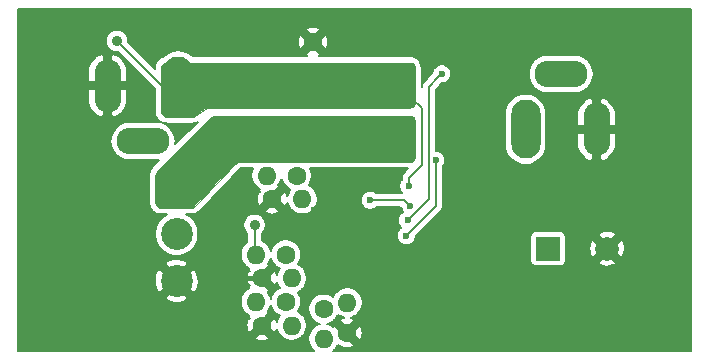
<source format=gbl>
G04 #@! TF.GenerationSoftware,KiCad,Pcbnew,(5.1.9)-1*
G04 #@! TF.CreationDate,2021-05-05T15:58:12+09:00*
G04 #@! TF.ProjectId,PowerPathController_LTC4417,506f7765-7250-4617-9468-436f6e74726f,rev?*
G04 #@! TF.SameCoordinates,Original*
G04 #@! TF.FileFunction,Copper,L2,Bot*
G04 #@! TF.FilePolarity,Positive*
%FSLAX46Y46*%
G04 Gerber Fmt 4.6, Leading zero omitted, Abs format (unit mm)*
G04 Created by KiCad (PCBNEW (5.1.9)-1) date 2021-05-05 15:58:12*
%MOMM*%
%LPD*%
G01*
G04 APERTURE LIST*
G04 #@! TA.AperFunction,ComponentPad*
%ADD10C,1.600000*%
G04 #@! TD*
G04 #@! TA.AperFunction,ComponentPad*
%ADD11O,1.600000X1.600000*%
G04 #@! TD*
G04 #@! TA.AperFunction,ComponentPad*
%ADD12R,1.600000X1.600000*%
G04 #@! TD*
G04 #@! TA.AperFunction,ComponentPad*
%ADD13C,2.700000*%
G04 #@! TD*
G04 #@! TA.AperFunction,ComponentPad*
%ADD14O,4.500000X2.250000*%
G04 #@! TD*
G04 #@! TA.AperFunction,ComponentPad*
%ADD15O,2.250000X4.500000*%
G04 #@! TD*
G04 #@! TA.AperFunction,ComponentPad*
%ADD16O,2.500000X5.000000*%
G04 #@! TD*
G04 #@! TA.AperFunction,ComponentPad*
%ADD17C,2.000000*%
G04 #@! TD*
G04 #@! TA.AperFunction,ComponentPad*
%ADD18R,2.000000X2.000000*%
G04 #@! TD*
G04 #@! TA.AperFunction,ViaPad*
%ADD19C,0.600000*%
G04 #@! TD*
G04 #@! TA.AperFunction,ViaPad*
%ADD20C,0.900000*%
G04 #@! TD*
G04 #@! TA.AperFunction,Conductor*
%ADD21C,0.400000*%
G04 #@! TD*
G04 #@! TA.AperFunction,Conductor*
%ADD22C,0.200000*%
G04 #@! TD*
G04 #@! TA.AperFunction,Conductor*
%ADD23C,0.152400*%
G04 #@! TD*
G04 #@! TA.AperFunction,Conductor*
%ADD24C,0.100000*%
G04 #@! TD*
G04 APERTURE END LIST*
D10*
X145050000Y-103100000D03*
D11*
X147590000Y-103100000D03*
D10*
X147100000Y-101100000D03*
D11*
X144560000Y-101100000D03*
D10*
X144150000Y-109800000D03*
D11*
X146690000Y-109800000D03*
D10*
X146200000Y-107800000D03*
D11*
X143660000Y-107800000D03*
D10*
X144150000Y-113800000D03*
D11*
X146690000Y-113800000D03*
D10*
X146200000Y-111800000D03*
D11*
X143660000Y-111800000D03*
D10*
X151400000Y-114400000D03*
D11*
X151400000Y-111860000D03*
D10*
X149400000Y-112400000D03*
D11*
X149400000Y-114940000D03*
D10*
X148500000Y-89800000D03*
D12*
X148500000Y-93300000D03*
D13*
X136950000Y-110020000D03*
X136950000Y-106060000D03*
G04 #@! TA.AperFunction,ComponentPad*
G36*
G01*
X135850001Y-100750000D02*
X138049999Y-100750000D01*
G75*
G02*
X138300000Y-101000001I0J-250001D01*
G01*
X138300000Y-103199999D01*
G75*
G02*
X138049999Y-103450000I-250001J0D01*
G01*
X135850001Y-103450000D01*
G75*
G02*
X135600000Y-103199999I0J250001D01*
G01*
X135600000Y-101000001D01*
G75*
G02*
X135850001Y-100750000I250001J0D01*
G01*
G37*
G04 #@! TD.AperFunction*
D14*
X169500000Y-92500000D03*
D15*
X172500000Y-97200000D03*
D16*
X166500000Y-97200000D03*
D17*
X173400000Y-107300000D03*
D18*
X168400000Y-107300000D03*
D16*
X137100000Y-93500000D03*
D15*
X131100000Y-93500000D03*
D14*
X134100000Y-98200000D03*
D19*
X160200000Y-102000000D03*
X160200000Y-104600000D03*
X156000000Y-107400000D03*
X156000000Y-109600000D03*
D20*
X160400000Y-110500000D03*
D19*
X148400000Y-107300000D03*
X148600000Y-104000000D03*
X152600000Y-100900000D03*
X155821805Y-103983283D03*
X156600000Y-102000000D03*
D20*
X154500000Y-92000000D03*
X154500000Y-92900000D03*
X154500000Y-93800000D03*
X154500000Y-94700000D03*
X143549998Y-105300000D03*
X131900000Y-89700000D03*
D19*
X156700000Y-103700000D03*
D20*
X154500000Y-96500000D03*
X154500000Y-97500000D03*
X154500000Y-98500000D03*
X154500000Y-99500000D03*
D19*
X153324990Y-103200000D03*
X156500000Y-104900000D03*
X159406602Y-92500000D03*
X156400000Y-106200000D03*
X158900000Y-99800000D03*
D21*
X144150000Y-109800000D02*
X142100000Y-109800000D01*
D22*
X143549998Y-107689998D02*
X143660000Y-107800000D01*
X143549998Y-105300000D02*
X143549998Y-107689998D01*
X135700000Y-93500000D02*
X137100000Y-93500000D01*
X131900000Y-89700000D02*
X135700000Y-93500000D01*
X156600000Y-102000000D02*
X156600000Y-101300000D01*
X156600000Y-101300000D02*
X157700000Y-100200000D01*
X157700000Y-100200000D02*
X157700000Y-95400000D01*
X157700000Y-95400000D02*
X156800000Y-94500000D01*
X156200000Y-103200000D02*
X156700000Y-103700000D01*
X153324990Y-103200000D02*
X156200000Y-103200000D01*
X158299998Y-93606604D02*
X159106603Y-92799999D01*
X156500000Y-104900000D02*
X158299998Y-103100002D01*
X158299998Y-103100002D02*
X158299998Y-93606604D01*
X159106603Y-92799999D02*
X159406602Y-92500000D01*
X158900000Y-103700000D02*
X158900000Y-99800000D01*
X156400000Y-106200000D02*
X158900000Y-103700000D01*
X180475001Y-87025067D02*
X180475000Y-115974320D01*
X180474933Y-115975000D01*
X150190952Y-115975000D01*
X150228702Y-115949776D01*
X150409776Y-115768702D01*
X150552045Y-115555781D01*
X150598043Y-115444732D01*
X150688789Y-115535478D01*
X150804220Y-115420047D01*
X150895409Y-115604899D01*
X151140169Y-115680189D01*
X151394914Y-115706281D01*
X151649855Y-115682173D01*
X151895193Y-115608791D01*
X151904591Y-115604899D01*
X151995781Y-115420045D01*
X151400000Y-114824264D01*
X151385858Y-114838407D01*
X150961594Y-114414143D01*
X150975736Y-114400000D01*
X151824264Y-114400000D01*
X152420045Y-114995781D01*
X152604899Y-114904591D01*
X152680189Y-114659831D01*
X152706281Y-114405086D01*
X152682173Y-114150145D01*
X152608791Y-113904807D01*
X152604899Y-113895409D01*
X152420045Y-113804219D01*
X151824264Y-114400000D01*
X150975736Y-114400000D01*
X150379955Y-113804219D01*
X150195101Y-113895409D01*
X150191946Y-113905665D01*
X150015781Y-113787955D01*
X149779196Y-113689958D01*
X149678860Y-113670000D01*
X149779196Y-113650042D01*
X150015781Y-113552045D01*
X150228702Y-113409776D01*
X150409776Y-113228702D01*
X150552045Y-113015781D01*
X150603586Y-112891350D01*
X150784219Y-113012045D01*
X151020804Y-113110042D01*
X151114117Y-113128603D01*
X150904807Y-113191209D01*
X150895409Y-113195101D01*
X150804219Y-113379955D01*
X151400000Y-113975736D01*
X151995781Y-113379955D01*
X151904591Y-113195101D01*
X151687419Y-113128297D01*
X151779196Y-113110042D01*
X152015781Y-113012045D01*
X152228702Y-112869776D01*
X152409776Y-112688702D01*
X152552045Y-112475781D01*
X152650042Y-112239196D01*
X152700000Y-111988039D01*
X152700000Y-111731961D01*
X152650042Y-111480804D01*
X152552045Y-111244219D01*
X152409776Y-111031298D01*
X152228702Y-110850224D01*
X152015781Y-110707955D01*
X151779196Y-110609958D01*
X151528039Y-110560000D01*
X151271961Y-110560000D01*
X151020804Y-110609958D01*
X150784219Y-110707955D01*
X150571298Y-110850224D01*
X150390224Y-111031298D01*
X150247955Y-111244219D01*
X150196414Y-111368650D01*
X150015781Y-111247955D01*
X149779196Y-111149958D01*
X149528039Y-111100000D01*
X149271961Y-111100000D01*
X149020804Y-111149958D01*
X148784219Y-111247955D01*
X148571298Y-111390224D01*
X148390224Y-111571298D01*
X148247955Y-111784219D01*
X148149958Y-112020804D01*
X148100000Y-112271961D01*
X148100000Y-112528039D01*
X148149958Y-112779196D01*
X148247955Y-113015781D01*
X148390224Y-113228702D01*
X148571298Y-113409776D01*
X148784219Y-113552045D01*
X149020804Y-113650042D01*
X149121140Y-113670000D01*
X149020804Y-113689958D01*
X148784219Y-113787955D01*
X148571298Y-113930224D01*
X148390224Y-114111298D01*
X148247955Y-114324219D01*
X148149958Y-114560804D01*
X148100000Y-114811961D01*
X148100000Y-115068039D01*
X148149958Y-115319196D01*
X148247955Y-115555781D01*
X148390224Y-115768702D01*
X148571298Y-115949776D01*
X148609048Y-115975000D01*
X123525680Y-115975000D01*
X123525000Y-115974933D01*
X123525000Y-114820045D01*
X143554219Y-114820045D01*
X143645409Y-115004899D01*
X143890169Y-115080189D01*
X144144914Y-115106281D01*
X144399855Y-115082173D01*
X144645193Y-115008791D01*
X144654591Y-115004899D01*
X144745781Y-114820045D01*
X144150000Y-114224264D01*
X143554219Y-114820045D01*
X123525000Y-114820045D01*
X123525000Y-111439730D01*
X135954534Y-111439730D01*
X136114364Y-111680546D01*
X136454377Y-111811664D01*
X136813436Y-111873929D01*
X137177743Y-111864948D01*
X137533299Y-111785068D01*
X137785636Y-111680546D01*
X137945466Y-111439730D01*
X136950000Y-110444264D01*
X135954534Y-111439730D01*
X123525000Y-111439730D01*
X123525000Y-109883436D01*
X135096071Y-109883436D01*
X135105052Y-110247743D01*
X135184932Y-110603299D01*
X135289454Y-110855636D01*
X135530270Y-111015466D01*
X136525736Y-110020000D01*
X137374264Y-110020000D01*
X138369730Y-111015466D01*
X138610546Y-110855636D01*
X138741664Y-110515623D01*
X138803929Y-110156564D01*
X138794948Y-109792257D01*
X138715068Y-109436701D01*
X138610546Y-109184364D01*
X138369730Y-109024534D01*
X137374264Y-110020000D01*
X136525736Y-110020000D01*
X135530270Y-109024534D01*
X135289454Y-109184364D01*
X135158336Y-109524377D01*
X135096071Y-109883436D01*
X123525000Y-109883436D01*
X123525000Y-108600270D01*
X135954534Y-108600270D01*
X136950000Y-109595736D01*
X137945466Y-108600270D01*
X137785636Y-108359454D01*
X137445623Y-108228336D01*
X137086564Y-108166071D01*
X136722257Y-108175052D01*
X136366701Y-108254932D01*
X136114364Y-108359454D01*
X135954534Y-108600270D01*
X123525000Y-108600270D01*
X123525000Y-93800000D01*
X129475000Y-93800000D01*
X129475000Y-94925000D01*
X129564751Y-95236257D01*
X129713501Y-95524024D01*
X129915533Y-95777242D01*
X130163083Y-95986180D01*
X130446639Y-96142809D01*
X130553857Y-96155475D01*
X130800000Y-96094694D01*
X130800000Y-93800000D01*
X131400000Y-93800000D01*
X131400000Y-96094694D01*
X131646143Y-96155475D01*
X131753361Y-96142809D01*
X132036917Y-95986180D01*
X132284467Y-95777242D01*
X132486499Y-95524024D01*
X132635249Y-95236257D01*
X132725000Y-94925000D01*
X132725000Y-93800000D01*
X131400000Y-93800000D01*
X130800000Y-93800000D01*
X129475000Y-93800000D01*
X123525000Y-93800000D01*
X123525000Y-92075000D01*
X129475000Y-92075000D01*
X129475000Y-93200000D01*
X130800000Y-93200000D01*
X130800000Y-90905306D01*
X131400000Y-90905306D01*
X131400000Y-93200000D01*
X132725000Y-93200000D01*
X132725000Y-92075000D01*
X132635249Y-91763743D01*
X132486499Y-91475976D01*
X132284467Y-91222758D01*
X132036917Y-91013820D01*
X131753361Y-90857191D01*
X131646143Y-90844525D01*
X131400000Y-90905306D01*
X130800000Y-90905306D01*
X130553857Y-90844525D01*
X130446639Y-90857191D01*
X130163083Y-91013820D01*
X129915533Y-91222758D01*
X129713501Y-91475976D01*
X129564751Y-91763743D01*
X129475000Y-92075000D01*
X123525000Y-92075000D01*
X123525000Y-89606433D01*
X130950000Y-89606433D01*
X130950000Y-89793567D01*
X130986508Y-89977105D01*
X131058121Y-90149994D01*
X131162087Y-90305590D01*
X131294410Y-90437913D01*
X131450006Y-90541879D01*
X131622895Y-90613492D01*
X131806433Y-90650000D01*
X131993567Y-90650000D01*
X132000161Y-90648688D01*
X135100000Y-93748528D01*
X135100000Y-95700000D01*
X135104277Y-95765263D01*
X135121314Y-95894673D01*
X135155097Y-96020752D01*
X135205047Y-96141342D01*
X135270312Y-96254383D01*
X135349772Y-96357936D01*
X135442064Y-96450228D01*
X135545617Y-96529688D01*
X135658658Y-96594953D01*
X135779248Y-96644903D01*
X135905327Y-96678686D01*
X136034737Y-96695723D01*
X136100000Y-96700000D01*
X138237408Y-96700000D01*
X138315685Y-96693835D01*
X138470307Y-96669326D01*
X138527922Y-96656670D01*
X138619184Y-96620913D01*
X138726927Y-96565967D01*
X136832184Y-98460710D01*
X136857862Y-98200000D01*
X136826487Y-97881444D01*
X136733568Y-97575131D01*
X136582675Y-97292830D01*
X136379608Y-97045392D01*
X136132170Y-96842325D01*
X135849869Y-96691432D01*
X135543556Y-96598513D01*
X135304824Y-96575000D01*
X132895176Y-96575000D01*
X132656444Y-96598513D01*
X132350131Y-96691432D01*
X132067830Y-96842325D01*
X131820392Y-97045392D01*
X131617325Y-97292830D01*
X131466432Y-97575131D01*
X131373513Y-97881444D01*
X131342138Y-98200000D01*
X131373513Y-98518556D01*
X131466432Y-98824869D01*
X131617325Y-99107170D01*
X131820392Y-99354608D01*
X132067830Y-99557675D01*
X132350131Y-99708568D01*
X132656444Y-99801487D01*
X132895176Y-99825000D01*
X135304824Y-99825000D01*
X135485710Y-99807184D01*
X134892894Y-100400000D01*
X134849771Y-100449172D01*
X134770311Y-100552726D01*
X134705047Y-100665765D01*
X134655097Y-100786355D01*
X134621314Y-100912434D01*
X134604277Y-101041844D01*
X134600000Y-101107107D01*
X134600000Y-103400000D01*
X134604277Y-103465263D01*
X134621314Y-103594673D01*
X134655097Y-103720752D01*
X134705047Y-103841342D01*
X134770312Y-103954383D01*
X134849772Y-104057936D01*
X134942064Y-104150228D01*
X135045617Y-104229688D01*
X135158658Y-104294953D01*
X135279248Y-104344903D01*
X135405327Y-104378686D01*
X135534737Y-104395723D01*
X135600000Y-104400000D01*
X136123314Y-104400000D01*
X136073697Y-104420552D01*
X135770694Y-104623011D01*
X135513011Y-104880694D01*
X135310552Y-105183697D01*
X135171095Y-105520375D01*
X135100000Y-105877791D01*
X135100000Y-106242209D01*
X135171095Y-106599625D01*
X135310552Y-106936303D01*
X135513011Y-107239306D01*
X135770694Y-107496989D01*
X136073697Y-107699448D01*
X136410375Y-107838905D01*
X136767791Y-107910000D01*
X137132209Y-107910000D01*
X137489625Y-107838905D01*
X137826303Y-107699448D01*
X137867440Y-107671961D01*
X142360000Y-107671961D01*
X142360000Y-107928039D01*
X142409958Y-108179196D01*
X142507955Y-108415781D01*
X142650224Y-108628702D01*
X142831298Y-108809776D01*
X143044219Y-108952045D01*
X143119913Y-108983398D01*
X143014522Y-109088789D01*
X143129953Y-109204220D01*
X142945101Y-109295409D01*
X142869811Y-109540169D01*
X142843719Y-109794914D01*
X142867827Y-110049855D01*
X142941209Y-110295193D01*
X142945101Y-110304591D01*
X143129953Y-110395780D01*
X143014522Y-110511211D01*
X143119913Y-110616602D01*
X143044219Y-110647955D01*
X142831298Y-110790224D01*
X142650224Y-110971298D01*
X142507955Y-111184219D01*
X142409958Y-111420804D01*
X142360000Y-111671961D01*
X142360000Y-111928039D01*
X142409958Y-112179196D01*
X142507955Y-112415781D01*
X142650224Y-112628702D01*
X142831298Y-112809776D01*
X143044219Y-112952045D01*
X143119913Y-112983398D01*
X143014522Y-113088789D01*
X143129953Y-113204220D01*
X142945101Y-113295409D01*
X142869811Y-113540169D01*
X142843719Y-113794914D01*
X142867827Y-114049855D01*
X142941209Y-114295193D01*
X142945101Y-114304591D01*
X143129955Y-114395781D01*
X143725736Y-113800000D01*
X143711594Y-113785858D01*
X144135858Y-113361594D01*
X144150000Y-113375736D01*
X144745781Y-112779955D01*
X144670576Y-112627505D01*
X144812045Y-112415781D01*
X144910042Y-112179196D01*
X144930000Y-112078860D01*
X144949958Y-112179196D01*
X145047955Y-112415781D01*
X145190224Y-112628702D01*
X145371298Y-112809776D01*
X145584219Y-112952045D01*
X145669488Y-112987365D01*
X145537955Y-113184219D01*
X145439958Y-113420804D01*
X145421397Y-113514117D01*
X145358791Y-113304807D01*
X145354899Y-113295409D01*
X145170045Y-113204219D01*
X144574264Y-113800000D01*
X145170045Y-114395781D01*
X145354899Y-114304591D01*
X145421703Y-114087419D01*
X145439958Y-114179196D01*
X145537955Y-114415781D01*
X145680224Y-114628702D01*
X145861298Y-114809776D01*
X146074219Y-114952045D01*
X146310804Y-115050042D01*
X146561961Y-115100000D01*
X146818039Y-115100000D01*
X147069196Y-115050042D01*
X147305781Y-114952045D01*
X147518702Y-114809776D01*
X147699776Y-114628702D01*
X147842045Y-114415781D01*
X147940042Y-114179196D01*
X147990000Y-113928039D01*
X147990000Y-113671961D01*
X147940042Y-113420804D01*
X147842045Y-113184219D01*
X147699776Y-112971298D01*
X147518702Y-112790224D01*
X147305781Y-112647955D01*
X147220512Y-112612635D01*
X147352045Y-112415781D01*
X147450042Y-112179196D01*
X147500000Y-111928039D01*
X147500000Y-111671961D01*
X147450042Y-111420804D01*
X147352045Y-111184219D01*
X147220512Y-110987365D01*
X147305781Y-110952045D01*
X147518702Y-110809776D01*
X147699776Y-110628702D01*
X147842045Y-110415781D01*
X147940042Y-110179196D01*
X147990000Y-109928039D01*
X147990000Y-109671961D01*
X147940042Y-109420804D01*
X147842045Y-109184219D01*
X147699776Y-108971298D01*
X147518702Y-108790224D01*
X147305781Y-108647955D01*
X147220512Y-108612635D01*
X147352045Y-108415781D01*
X147450042Y-108179196D01*
X147500000Y-107928039D01*
X147500000Y-107671961D01*
X147450042Y-107420804D01*
X147352045Y-107184219D01*
X147209776Y-106971298D01*
X147028702Y-106790224D01*
X146815781Y-106647955D01*
X146579196Y-106549958D01*
X146328039Y-106500000D01*
X146071961Y-106500000D01*
X145820804Y-106549958D01*
X145584219Y-106647955D01*
X145371298Y-106790224D01*
X145190224Y-106971298D01*
X145047955Y-107184219D01*
X144949958Y-107420804D01*
X144930000Y-107521140D01*
X144910042Y-107420804D01*
X144812045Y-107184219D01*
X144669776Y-106971298D01*
X144488702Y-106790224D01*
X144275781Y-106647955D01*
X144149998Y-106595854D01*
X144149998Y-106041648D01*
X144155588Y-106037913D01*
X144287911Y-105905590D01*
X144391877Y-105749994D01*
X144463490Y-105577105D01*
X144499998Y-105393567D01*
X144499998Y-105206433D01*
X144463490Y-105022895D01*
X144391877Y-104850006D01*
X144287911Y-104694410D01*
X144155588Y-104562087D01*
X143999992Y-104458121D01*
X143827103Y-104386508D01*
X143643565Y-104350000D01*
X143456431Y-104350000D01*
X143272893Y-104386508D01*
X143100004Y-104458121D01*
X142944408Y-104562087D01*
X142812085Y-104694410D01*
X142708119Y-104850006D01*
X142636506Y-105022895D01*
X142599998Y-105206433D01*
X142599998Y-105393567D01*
X142636506Y-105577105D01*
X142708119Y-105749994D01*
X142812085Y-105905590D01*
X142944408Y-106037913D01*
X142949998Y-106041648D01*
X142949999Y-106710911D01*
X142831298Y-106790224D01*
X142650224Y-106971298D01*
X142507955Y-107184219D01*
X142409958Y-107420804D01*
X142360000Y-107671961D01*
X137867440Y-107671961D01*
X138129306Y-107496989D01*
X138386989Y-107239306D01*
X138589448Y-106936303D01*
X138728905Y-106599625D01*
X138800000Y-106242209D01*
X138800000Y-105877791D01*
X138728905Y-105520375D01*
X138589448Y-105183697D01*
X138386989Y-104880694D01*
X138129306Y-104623011D01*
X137826303Y-104420552D01*
X137776686Y-104400000D01*
X138185145Y-104400000D01*
X138252583Y-104395431D01*
X138386223Y-104377240D01*
X138516187Y-104341192D01*
X138640103Y-104287944D01*
X138755706Y-104218469D01*
X138860881Y-104134038D01*
X138876081Y-104120045D01*
X144454219Y-104120045D01*
X144545409Y-104304899D01*
X144790169Y-104380189D01*
X145044914Y-104406281D01*
X145299855Y-104382173D01*
X145545193Y-104308791D01*
X145554591Y-104304899D01*
X145645781Y-104120045D01*
X145050000Y-103524264D01*
X144454219Y-104120045D01*
X138876081Y-104120045D01*
X138910608Y-104088260D01*
X142291541Y-100524576D01*
X142316729Y-100504356D01*
X142348727Y-100500000D01*
X143401418Y-100500000D01*
X143309958Y-100720804D01*
X143260000Y-100971961D01*
X143260000Y-101228039D01*
X143309958Y-101479196D01*
X143407955Y-101715781D01*
X143550224Y-101928702D01*
X143731298Y-102109776D01*
X143944219Y-102252045D01*
X144019913Y-102283398D01*
X143914522Y-102388789D01*
X144029953Y-102504220D01*
X143845101Y-102595409D01*
X143769811Y-102840169D01*
X143743719Y-103094914D01*
X143767827Y-103349855D01*
X143841209Y-103595193D01*
X143845101Y-103604591D01*
X144029955Y-103695781D01*
X144625736Y-103100000D01*
X144611594Y-103085858D01*
X145035858Y-102661594D01*
X145050000Y-102675736D01*
X145645781Y-102079955D01*
X145570576Y-101927505D01*
X145712045Y-101715781D01*
X145810042Y-101479196D01*
X145830000Y-101378860D01*
X145849958Y-101479196D01*
X145947955Y-101715781D01*
X146090224Y-101928702D01*
X146271298Y-102109776D01*
X146484219Y-102252045D01*
X146569488Y-102287365D01*
X146437955Y-102484219D01*
X146339958Y-102720804D01*
X146321397Y-102814117D01*
X146258791Y-102604807D01*
X146254899Y-102595409D01*
X146070045Y-102504219D01*
X145474264Y-103100000D01*
X146070045Y-103695781D01*
X146254899Y-103604591D01*
X146321703Y-103387419D01*
X146339958Y-103479196D01*
X146437955Y-103715781D01*
X146580224Y-103928702D01*
X146761298Y-104109776D01*
X146974219Y-104252045D01*
X147210804Y-104350042D01*
X147461961Y-104400000D01*
X147718039Y-104400000D01*
X147969196Y-104350042D01*
X148205781Y-104252045D01*
X148418702Y-104109776D01*
X148599776Y-103928702D01*
X148742045Y-103715781D01*
X148840042Y-103479196D01*
X148890000Y-103228039D01*
X148890000Y-102971961D01*
X148840042Y-102720804D01*
X148742045Y-102484219D01*
X148599776Y-102271298D01*
X148418702Y-102090224D01*
X148205781Y-101947955D01*
X148120512Y-101912635D01*
X148252045Y-101715781D01*
X148350042Y-101479196D01*
X148400000Y-101228039D01*
X148400000Y-100971961D01*
X148350042Y-100720804D01*
X148258582Y-100500000D01*
X156551473Y-100500000D01*
X156196581Y-100854892D01*
X156173684Y-100873683D01*
X156098705Y-100965045D01*
X156042990Y-101069279D01*
X156008682Y-101182379D01*
X156004185Y-101228039D01*
X155997097Y-101300000D01*
X156000000Y-101329474D01*
X156000000Y-101468629D01*
X155978599Y-101490030D01*
X155891049Y-101621058D01*
X155830743Y-101766649D01*
X155800000Y-101921207D01*
X155800000Y-102078793D01*
X155830743Y-102233351D01*
X155891049Y-102378942D01*
X155978599Y-102509970D01*
X156068629Y-102600000D01*
X153856361Y-102600000D01*
X153834960Y-102578599D01*
X153703932Y-102491049D01*
X153558341Y-102430743D01*
X153403783Y-102400000D01*
X153246197Y-102400000D01*
X153091639Y-102430743D01*
X152946048Y-102491049D01*
X152815020Y-102578599D01*
X152703589Y-102690030D01*
X152616039Y-102821058D01*
X152555733Y-102966649D01*
X152524990Y-103121207D01*
X152524990Y-103278793D01*
X152555733Y-103433351D01*
X152616039Y-103578942D01*
X152703589Y-103709970D01*
X152815020Y-103821401D01*
X152946048Y-103908951D01*
X153091639Y-103969257D01*
X153246197Y-104000000D01*
X153403783Y-104000000D01*
X153558341Y-103969257D01*
X153703932Y-103908951D01*
X153834960Y-103821401D01*
X153856361Y-103800000D01*
X155904218Y-103800000D01*
X155930743Y-103933351D01*
X155991049Y-104078942D01*
X156078599Y-104209970D01*
X156084263Y-104215634D01*
X155990030Y-104278599D01*
X155878599Y-104390030D01*
X155791049Y-104521058D01*
X155730743Y-104666649D01*
X155700000Y-104821207D01*
X155700000Y-104978793D01*
X155730743Y-105133351D01*
X155791049Y-105278942D01*
X155878599Y-105409970D01*
X155984263Y-105515634D01*
X155890030Y-105578599D01*
X155778599Y-105690030D01*
X155691049Y-105821058D01*
X155630743Y-105966649D01*
X155600000Y-106121207D01*
X155600000Y-106278793D01*
X155630743Y-106433351D01*
X155691049Y-106578942D01*
X155778599Y-106709970D01*
X155890030Y-106821401D01*
X156021058Y-106908951D01*
X156166649Y-106969257D01*
X156321207Y-107000000D01*
X156478793Y-107000000D01*
X156633351Y-106969257D01*
X156778942Y-106908951D01*
X156909970Y-106821401D01*
X157021401Y-106709970D01*
X157108951Y-106578942D01*
X157169257Y-106433351D01*
X157195781Y-106300000D01*
X166897581Y-106300000D01*
X166897581Y-108300000D01*
X166907235Y-108398017D01*
X166935825Y-108492267D01*
X166982254Y-108579129D01*
X167044736Y-108655264D01*
X167120871Y-108717746D01*
X167207733Y-108764175D01*
X167301983Y-108792765D01*
X167400000Y-108802419D01*
X169400000Y-108802419D01*
X169498017Y-108792765D01*
X169592267Y-108764175D01*
X169679129Y-108717746D01*
X169755264Y-108655264D01*
X169817746Y-108579129D01*
X169864175Y-108492267D01*
X169872070Y-108466238D01*
X172658026Y-108466238D01*
X172774487Y-108671335D01*
X173054040Y-108767017D01*
X173346889Y-108806322D01*
X173641778Y-108787740D01*
X173927376Y-108711985D01*
X174025513Y-108671335D01*
X174141974Y-108466238D01*
X173400000Y-107724264D01*
X172658026Y-108466238D01*
X169872070Y-108466238D01*
X169892765Y-108398017D01*
X169902419Y-108300000D01*
X169902419Y-107246889D01*
X171893678Y-107246889D01*
X171912260Y-107541778D01*
X171988015Y-107827376D01*
X172028665Y-107925513D01*
X172233762Y-108041974D01*
X172975736Y-107300000D01*
X173824264Y-107300000D01*
X174566238Y-108041974D01*
X174771335Y-107925513D01*
X174867017Y-107645960D01*
X174906322Y-107353111D01*
X174887740Y-107058222D01*
X174811985Y-106772624D01*
X174771335Y-106674487D01*
X174566238Y-106558026D01*
X173824264Y-107300000D01*
X172975736Y-107300000D01*
X172233762Y-106558026D01*
X172028665Y-106674487D01*
X171932983Y-106954040D01*
X171893678Y-107246889D01*
X169902419Y-107246889D01*
X169902419Y-106300000D01*
X169892765Y-106201983D01*
X169872071Y-106133762D01*
X172658026Y-106133762D01*
X173400000Y-106875736D01*
X174141974Y-106133762D01*
X174025513Y-105928665D01*
X173745960Y-105832983D01*
X173453111Y-105793678D01*
X173158222Y-105812260D01*
X172872624Y-105888015D01*
X172774487Y-105928665D01*
X172658026Y-106133762D01*
X169872071Y-106133762D01*
X169864175Y-106107733D01*
X169817746Y-106020871D01*
X169755264Y-105944736D01*
X169679129Y-105882254D01*
X169592267Y-105835825D01*
X169498017Y-105807235D01*
X169400000Y-105797581D01*
X167400000Y-105797581D01*
X167301983Y-105807235D01*
X167207733Y-105835825D01*
X167120871Y-105882254D01*
X167044736Y-105944736D01*
X166982254Y-106020871D01*
X166935825Y-106107733D01*
X166907235Y-106201983D01*
X166897581Y-106300000D01*
X157195781Y-106300000D01*
X157200000Y-106278793D01*
X157200000Y-106248527D01*
X159303420Y-104145108D01*
X159326317Y-104126317D01*
X159401296Y-104034955D01*
X159457010Y-103930721D01*
X159491318Y-103817621D01*
X159500000Y-103729474D01*
X159500000Y-103729473D01*
X159502903Y-103700000D01*
X159500000Y-103670526D01*
X159500000Y-100331371D01*
X159521401Y-100309970D01*
X159608951Y-100178942D01*
X159669257Y-100033351D01*
X159700000Y-99878793D01*
X159700000Y-99721207D01*
X159669257Y-99566649D01*
X159608951Y-99421058D01*
X159521401Y-99290030D01*
X159409970Y-99178599D01*
X159278942Y-99091049D01*
X159133351Y-99030743D01*
X158978793Y-99000000D01*
X158899998Y-99000000D01*
X158899998Y-95864033D01*
X164750000Y-95864033D01*
X164750001Y-98535968D01*
X164775322Y-98793060D01*
X164875389Y-99122936D01*
X165037889Y-99426952D01*
X165256577Y-99693424D01*
X165523049Y-99912112D01*
X165827065Y-100074612D01*
X166156941Y-100174679D01*
X166500000Y-100208467D01*
X166843060Y-100174679D01*
X167172936Y-100074612D01*
X167476952Y-99912112D01*
X167743424Y-99693424D01*
X167962112Y-99426952D01*
X168124612Y-99122936D01*
X168224679Y-98793060D01*
X168250000Y-98535968D01*
X168250000Y-97500000D01*
X170875000Y-97500000D01*
X170875000Y-98625000D01*
X170964751Y-98936257D01*
X171113501Y-99224024D01*
X171315533Y-99477242D01*
X171563083Y-99686180D01*
X171846639Y-99842809D01*
X171953857Y-99855475D01*
X172200000Y-99794694D01*
X172200000Y-97500000D01*
X172800000Y-97500000D01*
X172800000Y-99794694D01*
X173046143Y-99855475D01*
X173153361Y-99842809D01*
X173436917Y-99686180D01*
X173684467Y-99477242D01*
X173886499Y-99224024D01*
X174035249Y-98936257D01*
X174125000Y-98625000D01*
X174125000Y-97500000D01*
X172800000Y-97500000D01*
X172200000Y-97500000D01*
X170875000Y-97500000D01*
X168250000Y-97500000D01*
X168250000Y-95864032D01*
X168241232Y-95775000D01*
X170875000Y-95775000D01*
X170875000Y-96900000D01*
X172200000Y-96900000D01*
X172200000Y-94605306D01*
X172800000Y-94605306D01*
X172800000Y-96900000D01*
X174125000Y-96900000D01*
X174125000Y-95775000D01*
X174035249Y-95463743D01*
X173886499Y-95175976D01*
X173684467Y-94922758D01*
X173436917Y-94713820D01*
X173153361Y-94557191D01*
X173046143Y-94544525D01*
X172800000Y-94605306D01*
X172200000Y-94605306D01*
X171953857Y-94544525D01*
X171846639Y-94557191D01*
X171563083Y-94713820D01*
X171315533Y-94922758D01*
X171113501Y-95175976D01*
X170964751Y-95463743D01*
X170875000Y-95775000D01*
X168241232Y-95775000D01*
X168224679Y-95606940D01*
X168124612Y-95277064D01*
X167962112Y-94973048D01*
X167743424Y-94706576D01*
X167476951Y-94487888D01*
X167172935Y-94325388D01*
X166843059Y-94225321D01*
X166500000Y-94191533D01*
X166156940Y-94225321D01*
X165827064Y-94325388D01*
X165523048Y-94487888D01*
X165256576Y-94706576D01*
X165037888Y-94973049D01*
X164875388Y-95277065D01*
X164775321Y-95606941D01*
X164750000Y-95864033D01*
X158899998Y-95864033D01*
X158899998Y-93855131D01*
X159455130Y-93300000D01*
X159485395Y-93300000D01*
X159639953Y-93269257D01*
X159785544Y-93208951D01*
X159916572Y-93121401D01*
X160028003Y-93009970D01*
X160115553Y-92878942D01*
X160175859Y-92733351D01*
X160206602Y-92578793D01*
X160206602Y-92500000D01*
X166742138Y-92500000D01*
X166773513Y-92818556D01*
X166866432Y-93124869D01*
X167017325Y-93407170D01*
X167220392Y-93654608D01*
X167467830Y-93857675D01*
X167750131Y-94008568D01*
X168056444Y-94101487D01*
X168295176Y-94125000D01*
X170704824Y-94125000D01*
X170943556Y-94101487D01*
X171249869Y-94008568D01*
X171532170Y-93857675D01*
X171779608Y-93654608D01*
X171982675Y-93407170D01*
X172133568Y-93124869D01*
X172226487Y-92818556D01*
X172257862Y-92500000D01*
X172226487Y-92181444D01*
X172133568Y-91875131D01*
X171982675Y-91592830D01*
X171779608Y-91345392D01*
X171532170Y-91142325D01*
X171249869Y-90991432D01*
X170943556Y-90898513D01*
X170704824Y-90875000D01*
X168295176Y-90875000D01*
X168056444Y-90898513D01*
X167750131Y-90991432D01*
X167467830Y-91142325D01*
X167220392Y-91345392D01*
X167017325Y-91592830D01*
X166866432Y-91875131D01*
X166773513Y-92181444D01*
X166742138Y-92500000D01*
X160206602Y-92500000D01*
X160206602Y-92421207D01*
X160175859Y-92266649D01*
X160115553Y-92121058D01*
X160028003Y-91990030D01*
X159916572Y-91878599D01*
X159785544Y-91791049D01*
X159639953Y-91730743D01*
X159485395Y-91700000D01*
X159327809Y-91700000D01*
X159173251Y-91730743D01*
X159027660Y-91791049D01*
X158896632Y-91878599D01*
X158785201Y-91990030D01*
X158697651Y-92121058D01*
X158637345Y-92266649D01*
X158606602Y-92421207D01*
X158606602Y-92451472D01*
X157896579Y-93161496D01*
X157873682Y-93180287D01*
X157798703Y-93271649D01*
X157753078Y-93357008D01*
X157742989Y-93375883D01*
X157708680Y-93488984D01*
X157700000Y-93577110D01*
X157700000Y-92000000D01*
X157695723Y-91934737D01*
X157678686Y-91805327D01*
X157644903Y-91679248D01*
X157594953Y-91558658D01*
X157529688Y-91445617D01*
X157450228Y-91342064D01*
X157357936Y-91249772D01*
X157254383Y-91170312D01*
X157141342Y-91105047D01*
X157020752Y-91055097D01*
X156894673Y-91021314D01*
X156765263Y-91004277D01*
X156700000Y-91000000D01*
X149007008Y-91000000D01*
X149095781Y-90820045D01*
X148500000Y-90224264D01*
X147904219Y-90820045D01*
X147992992Y-91000000D01*
X138335411Y-91000000D01*
X138076952Y-90787888D01*
X137772936Y-90625388D01*
X137443060Y-90525321D01*
X137100000Y-90491533D01*
X136756941Y-90525321D01*
X136427065Y-90625388D01*
X136123049Y-90787888D01*
X135856577Y-91006576D01*
X135827330Y-91042213D01*
X135779248Y-91055097D01*
X135658658Y-91105047D01*
X135545617Y-91170312D01*
X135442064Y-91249772D01*
X135349772Y-91342064D01*
X135270312Y-91445617D01*
X135205047Y-91558658D01*
X135155097Y-91679248D01*
X135121314Y-91805327D01*
X135104277Y-91934737D01*
X135100000Y-92000000D01*
X135100000Y-92051472D01*
X132848688Y-89800161D01*
X132849731Y-89794914D01*
X147193719Y-89794914D01*
X147217827Y-90049855D01*
X147291209Y-90295193D01*
X147295101Y-90304591D01*
X147479955Y-90395781D01*
X148075736Y-89800000D01*
X148924264Y-89800000D01*
X149520045Y-90395781D01*
X149704899Y-90304591D01*
X149780189Y-90059831D01*
X149806281Y-89805086D01*
X149782173Y-89550145D01*
X149708791Y-89304807D01*
X149704899Y-89295409D01*
X149520045Y-89204219D01*
X148924264Y-89800000D01*
X148075736Y-89800000D01*
X147479955Y-89204219D01*
X147295101Y-89295409D01*
X147219811Y-89540169D01*
X147193719Y-89794914D01*
X132849731Y-89794914D01*
X132850000Y-89793567D01*
X132850000Y-89606433D01*
X132813492Y-89422895D01*
X132741879Y-89250006D01*
X132637913Y-89094410D01*
X132505590Y-88962087D01*
X132349994Y-88858121D01*
X132177105Y-88786508D01*
X132144161Y-88779955D01*
X147904219Y-88779955D01*
X148500000Y-89375736D01*
X149095781Y-88779955D01*
X149004591Y-88595101D01*
X148759831Y-88519811D01*
X148505086Y-88493719D01*
X148250145Y-88517827D01*
X148004807Y-88591209D01*
X147995409Y-88595101D01*
X147904219Y-88779955D01*
X132144161Y-88779955D01*
X131993567Y-88750000D01*
X131806433Y-88750000D01*
X131622895Y-88786508D01*
X131450006Y-88858121D01*
X131294410Y-88962087D01*
X131162087Y-89094410D01*
X131058121Y-89250006D01*
X130986508Y-89422895D01*
X130950000Y-89606433D01*
X123525000Y-89606433D01*
X123525000Y-87025680D01*
X123525067Y-87025000D01*
X180474320Y-87025000D01*
X180475001Y-87025067D01*
G04 #@! TA.AperFunction,Conductor*
D23*
G36*
X180475001Y-87025067D02*
G01*
X180475000Y-115974320D01*
X180474933Y-115975000D01*
X150190952Y-115975000D01*
X150228702Y-115949776D01*
X150409776Y-115768702D01*
X150552045Y-115555781D01*
X150598043Y-115444732D01*
X150688789Y-115535478D01*
X150804220Y-115420047D01*
X150895409Y-115604899D01*
X151140169Y-115680189D01*
X151394914Y-115706281D01*
X151649855Y-115682173D01*
X151895193Y-115608791D01*
X151904591Y-115604899D01*
X151995781Y-115420045D01*
X151400000Y-114824264D01*
X151385858Y-114838407D01*
X150961594Y-114414143D01*
X150975736Y-114400000D01*
X151824264Y-114400000D01*
X152420045Y-114995781D01*
X152604899Y-114904591D01*
X152680189Y-114659831D01*
X152706281Y-114405086D01*
X152682173Y-114150145D01*
X152608791Y-113904807D01*
X152604899Y-113895409D01*
X152420045Y-113804219D01*
X151824264Y-114400000D01*
X150975736Y-114400000D01*
X150379955Y-113804219D01*
X150195101Y-113895409D01*
X150191946Y-113905665D01*
X150015781Y-113787955D01*
X149779196Y-113689958D01*
X149678860Y-113670000D01*
X149779196Y-113650042D01*
X150015781Y-113552045D01*
X150228702Y-113409776D01*
X150409776Y-113228702D01*
X150552045Y-113015781D01*
X150603586Y-112891350D01*
X150784219Y-113012045D01*
X151020804Y-113110042D01*
X151114117Y-113128603D01*
X150904807Y-113191209D01*
X150895409Y-113195101D01*
X150804219Y-113379955D01*
X151400000Y-113975736D01*
X151995781Y-113379955D01*
X151904591Y-113195101D01*
X151687419Y-113128297D01*
X151779196Y-113110042D01*
X152015781Y-113012045D01*
X152228702Y-112869776D01*
X152409776Y-112688702D01*
X152552045Y-112475781D01*
X152650042Y-112239196D01*
X152700000Y-111988039D01*
X152700000Y-111731961D01*
X152650042Y-111480804D01*
X152552045Y-111244219D01*
X152409776Y-111031298D01*
X152228702Y-110850224D01*
X152015781Y-110707955D01*
X151779196Y-110609958D01*
X151528039Y-110560000D01*
X151271961Y-110560000D01*
X151020804Y-110609958D01*
X150784219Y-110707955D01*
X150571298Y-110850224D01*
X150390224Y-111031298D01*
X150247955Y-111244219D01*
X150196414Y-111368650D01*
X150015781Y-111247955D01*
X149779196Y-111149958D01*
X149528039Y-111100000D01*
X149271961Y-111100000D01*
X149020804Y-111149958D01*
X148784219Y-111247955D01*
X148571298Y-111390224D01*
X148390224Y-111571298D01*
X148247955Y-111784219D01*
X148149958Y-112020804D01*
X148100000Y-112271961D01*
X148100000Y-112528039D01*
X148149958Y-112779196D01*
X148247955Y-113015781D01*
X148390224Y-113228702D01*
X148571298Y-113409776D01*
X148784219Y-113552045D01*
X149020804Y-113650042D01*
X149121140Y-113670000D01*
X149020804Y-113689958D01*
X148784219Y-113787955D01*
X148571298Y-113930224D01*
X148390224Y-114111298D01*
X148247955Y-114324219D01*
X148149958Y-114560804D01*
X148100000Y-114811961D01*
X148100000Y-115068039D01*
X148149958Y-115319196D01*
X148247955Y-115555781D01*
X148390224Y-115768702D01*
X148571298Y-115949776D01*
X148609048Y-115975000D01*
X123525680Y-115975000D01*
X123525000Y-115974933D01*
X123525000Y-114820045D01*
X143554219Y-114820045D01*
X143645409Y-115004899D01*
X143890169Y-115080189D01*
X144144914Y-115106281D01*
X144399855Y-115082173D01*
X144645193Y-115008791D01*
X144654591Y-115004899D01*
X144745781Y-114820045D01*
X144150000Y-114224264D01*
X143554219Y-114820045D01*
X123525000Y-114820045D01*
X123525000Y-111439730D01*
X135954534Y-111439730D01*
X136114364Y-111680546D01*
X136454377Y-111811664D01*
X136813436Y-111873929D01*
X137177743Y-111864948D01*
X137533299Y-111785068D01*
X137785636Y-111680546D01*
X137945466Y-111439730D01*
X136950000Y-110444264D01*
X135954534Y-111439730D01*
X123525000Y-111439730D01*
X123525000Y-109883436D01*
X135096071Y-109883436D01*
X135105052Y-110247743D01*
X135184932Y-110603299D01*
X135289454Y-110855636D01*
X135530270Y-111015466D01*
X136525736Y-110020000D01*
X137374264Y-110020000D01*
X138369730Y-111015466D01*
X138610546Y-110855636D01*
X138741664Y-110515623D01*
X138803929Y-110156564D01*
X138794948Y-109792257D01*
X138715068Y-109436701D01*
X138610546Y-109184364D01*
X138369730Y-109024534D01*
X137374264Y-110020000D01*
X136525736Y-110020000D01*
X135530270Y-109024534D01*
X135289454Y-109184364D01*
X135158336Y-109524377D01*
X135096071Y-109883436D01*
X123525000Y-109883436D01*
X123525000Y-108600270D01*
X135954534Y-108600270D01*
X136950000Y-109595736D01*
X137945466Y-108600270D01*
X137785636Y-108359454D01*
X137445623Y-108228336D01*
X137086564Y-108166071D01*
X136722257Y-108175052D01*
X136366701Y-108254932D01*
X136114364Y-108359454D01*
X135954534Y-108600270D01*
X123525000Y-108600270D01*
X123525000Y-93800000D01*
X129475000Y-93800000D01*
X129475000Y-94925000D01*
X129564751Y-95236257D01*
X129713501Y-95524024D01*
X129915533Y-95777242D01*
X130163083Y-95986180D01*
X130446639Y-96142809D01*
X130553857Y-96155475D01*
X130800000Y-96094694D01*
X130800000Y-93800000D01*
X131400000Y-93800000D01*
X131400000Y-96094694D01*
X131646143Y-96155475D01*
X131753361Y-96142809D01*
X132036917Y-95986180D01*
X132284467Y-95777242D01*
X132486499Y-95524024D01*
X132635249Y-95236257D01*
X132725000Y-94925000D01*
X132725000Y-93800000D01*
X131400000Y-93800000D01*
X130800000Y-93800000D01*
X129475000Y-93800000D01*
X123525000Y-93800000D01*
X123525000Y-92075000D01*
X129475000Y-92075000D01*
X129475000Y-93200000D01*
X130800000Y-93200000D01*
X130800000Y-90905306D01*
X131400000Y-90905306D01*
X131400000Y-93200000D01*
X132725000Y-93200000D01*
X132725000Y-92075000D01*
X132635249Y-91763743D01*
X132486499Y-91475976D01*
X132284467Y-91222758D01*
X132036917Y-91013820D01*
X131753361Y-90857191D01*
X131646143Y-90844525D01*
X131400000Y-90905306D01*
X130800000Y-90905306D01*
X130553857Y-90844525D01*
X130446639Y-90857191D01*
X130163083Y-91013820D01*
X129915533Y-91222758D01*
X129713501Y-91475976D01*
X129564751Y-91763743D01*
X129475000Y-92075000D01*
X123525000Y-92075000D01*
X123525000Y-89606433D01*
X130950000Y-89606433D01*
X130950000Y-89793567D01*
X130986508Y-89977105D01*
X131058121Y-90149994D01*
X131162087Y-90305590D01*
X131294410Y-90437913D01*
X131450006Y-90541879D01*
X131622895Y-90613492D01*
X131806433Y-90650000D01*
X131993567Y-90650000D01*
X132000161Y-90648688D01*
X135100000Y-93748528D01*
X135100000Y-95700000D01*
X135104277Y-95765263D01*
X135121314Y-95894673D01*
X135155097Y-96020752D01*
X135205047Y-96141342D01*
X135270312Y-96254383D01*
X135349772Y-96357936D01*
X135442064Y-96450228D01*
X135545617Y-96529688D01*
X135658658Y-96594953D01*
X135779248Y-96644903D01*
X135905327Y-96678686D01*
X136034737Y-96695723D01*
X136100000Y-96700000D01*
X138237408Y-96700000D01*
X138315685Y-96693835D01*
X138470307Y-96669326D01*
X138527922Y-96656670D01*
X138619184Y-96620913D01*
X138726927Y-96565967D01*
X136832184Y-98460710D01*
X136857862Y-98200000D01*
X136826487Y-97881444D01*
X136733568Y-97575131D01*
X136582675Y-97292830D01*
X136379608Y-97045392D01*
X136132170Y-96842325D01*
X135849869Y-96691432D01*
X135543556Y-96598513D01*
X135304824Y-96575000D01*
X132895176Y-96575000D01*
X132656444Y-96598513D01*
X132350131Y-96691432D01*
X132067830Y-96842325D01*
X131820392Y-97045392D01*
X131617325Y-97292830D01*
X131466432Y-97575131D01*
X131373513Y-97881444D01*
X131342138Y-98200000D01*
X131373513Y-98518556D01*
X131466432Y-98824869D01*
X131617325Y-99107170D01*
X131820392Y-99354608D01*
X132067830Y-99557675D01*
X132350131Y-99708568D01*
X132656444Y-99801487D01*
X132895176Y-99825000D01*
X135304824Y-99825000D01*
X135485710Y-99807184D01*
X134892894Y-100400000D01*
X134849771Y-100449172D01*
X134770311Y-100552726D01*
X134705047Y-100665765D01*
X134655097Y-100786355D01*
X134621314Y-100912434D01*
X134604277Y-101041844D01*
X134600000Y-101107107D01*
X134600000Y-103400000D01*
X134604277Y-103465263D01*
X134621314Y-103594673D01*
X134655097Y-103720752D01*
X134705047Y-103841342D01*
X134770312Y-103954383D01*
X134849772Y-104057936D01*
X134942064Y-104150228D01*
X135045617Y-104229688D01*
X135158658Y-104294953D01*
X135279248Y-104344903D01*
X135405327Y-104378686D01*
X135534737Y-104395723D01*
X135600000Y-104400000D01*
X136123314Y-104400000D01*
X136073697Y-104420552D01*
X135770694Y-104623011D01*
X135513011Y-104880694D01*
X135310552Y-105183697D01*
X135171095Y-105520375D01*
X135100000Y-105877791D01*
X135100000Y-106242209D01*
X135171095Y-106599625D01*
X135310552Y-106936303D01*
X135513011Y-107239306D01*
X135770694Y-107496989D01*
X136073697Y-107699448D01*
X136410375Y-107838905D01*
X136767791Y-107910000D01*
X137132209Y-107910000D01*
X137489625Y-107838905D01*
X137826303Y-107699448D01*
X137867440Y-107671961D01*
X142360000Y-107671961D01*
X142360000Y-107928039D01*
X142409958Y-108179196D01*
X142507955Y-108415781D01*
X142650224Y-108628702D01*
X142831298Y-108809776D01*
X143044219Y-108952045D01*
X143119913Y-108983398D01*
X143014522Y-109088789D01*
X143129953Y-109204220D01*
X142945101Y-109295409D01*
X142869811Y-109540169D01*
X142843719Y-109794914D01*
X142867827Y-110049855D01*
X142941209Y-110295193D01*
X142945101Y-110304591D01*
X143129953Y-110395780D01*
X143014522Y-110511211D01*
X143119913Y-110616602D01*
X143044219Y-110647955D01*
X142831298Y-110790224D01*
X142650224Y-110971298D01*
X142507955Y-111184219D01*
X142409958Y-111420804D01*
X142360000Y-111671961D01*
X142360000Y-111928039D01*
X142409958Y-112179196D01*
X142507955Y-112415781D01*
X142650224Y-112628702D01*
X142831298Y-112809776D01*
X143044219Y-112952045D01*
X143119913Y-112983398D01*
X143014522Y-113088789D01*
X143129953Y-113204220D01*
X142945101Y-113295409D01*
X142869811Y-113540169D01*
X142843719Y-113794914D01*
X142867827Y-114049855D01*
X142941209Y-114295193D01*
X142945101Y-114304591D01*
X143129955Y-114395781D01*
X143725736Y-113800000D01*
X143711594Y-113785858D01*
X144135858Y-113361594D01*
X144150000Y-113375736D01*
X144745781Y-112779955D01*
X144670576Y-112627505D01*
X144812045Y-112415781D01*
X144910042Y-112179196D01*
X144930000Y-112078860D01*
X144949958Y-112179196D01*
X145047955Y-112415781D01*
X145190224Y-112628702D01*
X145371298Y-112809776D01*
X145584219Y-112952045D01*
X145669488Y-112987365D01*
X145537955Y-113184219D01*
X145439958Y-113420804D01*
X145421397Y-113514117D01*
X145358791Y-113304807D01*
X145354899Y-113295409D01*
X145170045Y-113204219D01*
X144574264Y-113800000D01*
X145170045Y-114395781D01*
X145354899Y-114304591D01*
X145421703Y-114087419D01*
X145439958Y-114179196D01*
X145537955Y-114415781D01*
X145680224Y-114628702D01*
X145861298Y-114809776D01*
X146074219Y-114952045D01*
X146310804Y-115050042D01*
X146561961Y-115100000D01*
X146818039Y-115100000D01*
X147069196Y-115050042D01*
X147305781Y-114952045D01*
X147518702Y-114809776D01*
X147699776Y-114628702D01*
X147842045Y-114415781D01*
X147940042Y-114179196D01*
X147990000Y-113928039D01*
X147990000Y-113671961D01*
X147940042Y-113420804D01*
X147842045Y-113184219D01*
X147699776Y-112971298D01*
X147518702Y-112790224D01*
X147305781Y-112647955D01*
X147220512Y-112612635D01*
X147352045Y-112415781D01*
X147450042Y-112179196D01*
X147500000Y-111928039D01*
X147500000Y-111671961D01*
X147450042Y-111420804D01*
X147352045Y-111184219D01*
X147220512Y-110987365D01*
X147305781Y-110952045D01*
X147518702Y-110809776D01*
X147699776Y-110628702D01*
X147842045Y-110415781D01*
X147940042Y-110179196D01*
X147990000Y-109928039D01*
X147990000Y-109671961D01*
X147940042Y-109420804D01*
X147842045Y-109184219D01*
X147699776Y-108971298D01*
X147518702Y-108790224D01*
X147305781Y-108647955D01*
X147220512Y-108612635D01*
X147352045Y-108415781D01*
X147450042Y-108179196D01*
X147500000Y-107928039D01*
X147500000Y-107671961D01*
X147450042Y-107420804D01*
X147352045Y-107184219D01*
X147209776Y-106971298D01*
X147028702Y-106790224D01*
X146815781Y-106647955D01*
X146579196Y-106549958D01*
X146328039Y-106500000D01*
X146071961Y-106500000D01*
X145820804Y-106549958D01*
X145584219Y-106647955D01*
X145371298Y-106790224D01*
X145190224Y-106971298D01*
X145047955Y-107184219D01*
X144949958Y-107420804D01*
X144930000Y-107521140D01*
X144910042Y-107420804D01*
X144812045Y-107184219D01*
X144669776Y-106971298D01*
X144488702Y-106790224D01*
X144275781Y-106647955D01*
X144149998Y-106595854D01*
X144149998Y-106041648D01*
X144155588Y-106037913D01*
X144287911Y-105905590D01*
X144391877Y-105749994D01*
X144463490Y-105577105D01*
X144499998Y-105393567D01*
X144499998Y-105206433D01*
X144463490Y-105022895D01*
X144391877Y-104850006D01*
X144287911Y-104694410D01*
X144155588Y-104562087D01*
X143999992Y-104458121D01*
X143827103Y-104386508D01*
X143643565Y-104350000D01*
X143456431Y-104350000D01*
X143272893Y-104386508D01*
X143100004Y-104458121D01*
X142944408Y-104562087D01*
X142812085Y-104694410D01*
X142708119Y-104850006D01*
X142636506Y-105022895D01*
X142599998Y-105206433D01*
X142599998Y-105393567D01*
X142636506Y-105577105D01*
X142708119Y-105749994D01*
X142812085Y-105905590D01*
X142944408Y-106037913D01*
X142949998Y-106041648D01*
X142949999Y-106710911D01*
X142831298Y-106790224D01*
X142650224Y-106971298D01*
X142507955Y-107184219D01*
X142409958Y-107420804D01*
X142360000Y-107671961D01*
X137867440Y-107671961D01*
X138129306Y-107496989D01*
X138386989Y-107239306D01*
X138589448Y-106936303D01*
X138728905Y-106599625D01*
X138800000Y-106242209D01*
X138800000Y-105877791D01*
X138728905Y-105520375D01*
X138589448Y-105183697D01*
X138386989Y-104880694D01*
X138129306Y-104623011D01*
X137826303Y-104420552D01*
X137776686Y-104400000D01*
X138185145Y-104400000D01*
X138252583Y-104395431D01*
X138386223Y-104377240D01*
X138516187Y-104341192D01*
X138640103Y-104287944D01*
X138755706Y-104218469D01*
X138860881Y-104134038D01*
X138876081Y-104120045D01*
X144454219Y-104120045D01*
X144545409Y-104304899D01*
X144790169Y-104380189D01*
X145044914Y-104406281D01*
X145299855Y-104382173D01*
X145545193Y-104308791D01*
X145554591Y-104304899D01*
X145645781Y-104120045D01*
X145050000Y-103524264D01*
X144454219Y-104120045D01*
X138876081Y-104120045D01*
X138910608Y-104088260D01*
X142291541Y-100524576D01*
X142316729Y-100504356D01*
X142348727Y-100500000D01*
X143401418Y-100500000D01*
X143309958Y-100720804D01*
X143260000Y-100971961D01*
X143260000Y-101228039D01*
X143309958Y-101479196D01*
X143407955Y-101715781D01*
X143550224Y-101928702D01*
X143731298Y-102109776D01*
X143944219Y-102252045D01*
X144019913Y-102283398D01*
X143914522Y-102388789D01*
X144029953Y-102504220D01*
X143845101Y-102595409D01*
X143769811Y-102840169D01*
X143743719Y-103094914D01*
X143767827Y-103349855D01*
X143841209Y-103595193D01*
X143845101Y-103604591D01*
X144029955Y-103695781D01*
X144625736Y-103100000D01*
X144611594Y-103085858D01*
X145035858Y-102661594D01*
X145050000Y-102675736D01*
X145645781Y-102079955D01*
X145570576Y-101927505D01*
X145712045Y-101715781D01*
X145810042Y-101479196D01*
X145830000Y-101378860D01*
X145849958Y-101479196D01*
X145947955Y-101715781D01*
X146090224Y-101928702D01*
X146271298Y-102109776D01*
X146484219Y-102252045D01*
X146569488Y-102287365D01*
X146437955Y-102484219D01*
X146339958Y-102720804D01*
X146321397Y-102814117D01*
X146258791Y-102604807D01*
X146254899Y-102595409D01*
X146070045Y-102504219D01*
X145474264Y-103100000D01*
X146070045Y-103695781D01*
X146254899Y-103604591D01*
X146321703Y-103387419D01*
X146339958Y-103479196D01*
X146437955Y-103715781D01*
X146580224Y-103928702D01*
X146761298Y-104109776D01*
X146974219Y-104252045D01*
X147210804Y-104350042D01*
X147461961Y-104400000D01*
X147718039Y-104400000D01*
X147969196Y-104350042D01*
X148205781Y-104252045D01*
X148418702Y-104109776D01*
X148599776Y-103928702D01*
X148742045Y-103715781D01*
X148840042Y-103479196D01*
X148890000Y-103228039D01*
X148890000Y-102971961D01*
X148840042Y-102720804D01*
X148742045Y-102484219D01*
X148599776Y-102271298D01*
X148418702Y-102090224D01*
X148205781Y-101947955D01*
X148120512Y-101912635D01*
X148252045Y-101715781D01*
X148350042Y-101479196D01*
X148400000Y-101228039D01*
X148400000Y-100971961D01*
X148350042Y-100720804D01*
X148258582Y-100500000D01*
X156551473Y-100500000D01*
X156196581Y-100854892D01*
X156173684Y-100873683D01*
X156098705Y-100965045D01*
X156042990Y-101069279D01*
X156008682Y-101182379D01*
X156004185Y-101228039D01*
X155997097Y-101300000D01*
X156000000Y-101329474D01*
X156000000Y-101468629D01*
X155978599Y-101490030D01*
X155891049Y-101621058D01*
X155830743Y-101766649D01*
X155800000Y-101921207D01*
X155800000Y-102078793D01*
X155830743Y-102233351D01*
X155891049Y-102378942D01*
X155978599Y-102509970D01*
X156068629Y-102600000D01*
X153856361Y-102600000D01*
X153834960Y-102578599D01*
X153703932Y-102491049D01*
X153558341Y-102430743D01*
X153403783Y-102400000D01*
X153246197Y-102400000D01*
X153091639Y-102430743D01*
X152946048Y-102491049D01*
X152815020Y-102578599D01*
X152703589Y-102690030D01*
X152616039Y-102821058D01*
X152555733Y-102966649D01*
X152524990Y-103121207D01*
X152524990Y-103278793D01*
X152555733Y-103433351D01*
X152616039Y-103578942D01*
X152703589Y-103709970D01*
X152815020Y-103821401D01*
X152946048Y-103908951D01*
X153091639Y-103969257D01*
X153246197Y-104000000D01*
X153403783Y-104000000D01*
X153558341Y-103969257D01*
X153703932Y-103908951D01*
X153834960Y-103821401D01*
X153856361Y-103800000D01*
X155904218Y-103800000D01*
X155930743Y-103933351D01*
X155991049Y-104078942D01*
X156078599Y-104209970D01*
X156084263Y-104215634D01*
X155990030Y-104278599D01*
X155878599Y-104390030D01*
X155791049Y-104521058D01*
X155730743Y-104666649D01*
X155700000Y-104821207D01*
X155700000Y-104978793D01*
X155730743Y-105133351D01*
X155791049Y-105278942D01*
X155878599Y-105409970D01*
X155984263Y-105515634D01*
X155890030Y-105578599D01*
X155778599Y-105690030D01*
X155691049Y-105821058D01*
X155630743Y-105966649D01*
X155600000Y-106121207D01*
X155600000Y-106278793D01*
X155630743Y-106433351D01*
X155691049Y-106578942D01*
X155778599Y-106709970D01*
X155890030Y-106821401D01*
X156021058Y-106908951D01*
X156166649Y-106969257D01*
X156321207Y-107000000D01*
X156478793Y-107000000D01*
X156633351Y-106969257D01*
X156778942Y-106908951D01*
X156909970Y-106821401D01*
X157021401Y-106709970D01*
X157108951Y-106578942D01*
X157169257Y-106433351D01*
X157195781Y-106300000D01*
X166897581Y-106300000D01*
X166897581Y-108300000D01*
X166907235Y-108398017D01*
X166935825Y-108492267D01*
X166982254Y-108579129D01*
X167044736Y-108655264D01*
X167120871Y-108717746D01*
X167207733Y-108764175D01*
X167301983Y-108792765D01*
X167400000Y-108802419D01*
X169400000Y-108802419D01*
X169498017Y-108792765D01*
X169592267Y-108764175D01*
X169679129Y-108717746D01*
X169755264Y-108655264D01*
X169817746Y-108579129D01*
X169864175Y-108492267D01*
X169872070Y-108466238D01*
X172658026Y-108466238D01*
X172774487Y-108671335D01*
X173054040Y-108767017D01*
X173346889Y-108806322D01*
X173641778Y-108787740D01*
X173927376Y-108711985D01*
X174025513Y-108671335D01*
X174141974Y-108466238D01*
X173400000Y-107724264D01*
X172658026Y-108466238D01*
X169872070Y-108466238D01*
X169892765Y-108398017D01*
X169902419Y-108300000D01*
X169902419Y-107246889D01*
X171893678Y-107246889D01*
X171912260Y-107541778D01*
X171988015Y-107827376D01*
X172028665Y-107925513D01*
X172233762Y-108041974D01*
X172975736Y-107300000D01*
X173824264Y-107300000D01*
X174566238Y-108041974D01*
X174771335Y-107925513D01*
X174867017Y-107645960D01*
X174906322Y-107353111D01*
X174887740Y-107058222D01*
X174811985Y-106772624D01*
X174771335Y-106674487D01*
X174566238Y-106558026D01*
X173824264Y-107300000D01*
X172975736Y-107300000D01*
X172233762Y-106558026D01*
X172028665Y-106674487D01*
X171932983Y-106954040D01*
X171893678Y-107246889D01*
X169902419Y-107246889D01*
X169902419Y-106300000D01*
X169892765Y-106201983D01*
X169872071Y-106133762D01*
X172658026Y-106133762D01*
X173400000Y-106875736D01*
X174141974Y-106133762D01*
X174025513Y-105928665D01*
X173745960Y-105832983D01*
X173453111Y-105793678D01*
X173158222Y-105812260D01*
X172872624Y-105888015D01*
X172774487Y-105928665D01*
X172658026Y-106133762D01*
X169872071Y-106133762D01*
X169864175Y-106107733D01*
X169817746Y-106020871D01*
X169755264Y-105944736D01*
X169679129Y-105882254D01*
X169592267Y-105835825D01*
X169498017Y-105807235D01*
X169400000Y-105797581D01*
X167400000Y-105797581D01*
X167301983Y-105807235D01*
X167207733Y-105835825D01*
X167120871Y-105882254D01*
X167044736Y-105944736D01*
X166982254Y-106020871D01*
X166935825Y-106107733D01*
X166907235Y-106201983D01*
X166897581Y-106300000D01*
X157195781Y-106300000D01*
X157200000Y-106278793D01*
X157200000Y-106248527D01*
X159303420Y-104145108D01*
X159326317Y-104126317D01*
X159401296Y-104034955D01*
X159457010Y-103930721D01*
X159491318Y-103817621D01*
X159500000Y-103729474D01*
X159500000Y-103729473D01*
X159502903Y-103700000D01*
X159500000Y-103670526D01*
X159500000Y-100331371D01*
X159521401Y-100309970D01*
X159608951Y-100178942D01*
X159669257Y-100033351D01*
X159700000Y-99878793D01*
X159700000Y-99721207D01*
X159669257Y-99566649D01*
X159608951Y-99421058D01*
X159521401Y-99290030D01*
X159409970Y-99178599D01*
X159278942Y-99091049D01*
X159133351Y-99030743D01*
X158978793Y-99000000D01*
X158899998Y-99000000D01*
X158899998Y-95864033D01*
X164750000Y-95864033D01*
X164750001Y-98535968D01*
X164775322Y-98793060D01*
X164875389Y-99122936D01*
X165037889Y-99426952D01*
X165256577Y-99693424D01*
X165523049Y-99912112D01*
X165827065Y-100074612D01*
X166156941Y-100174679D01*
X166500000Y-100208467D01*
X166843060Y-100174679D01*
X167172936Y-100074612D01*
X167476952Y-99912112D01*
X167743424Y-99693424D01*
X167962112Y-99426952D01*
X168124612Y-99122936D01*
X168224679Y-98793060D01*
X168250000Y-98535968D01*
X168250000Y-97500000D01*
X170875000Y-97500000D01*
X170875000Y-98625000D01*
X170964751Y-98936257D01*
X171113501Y-99224024D01*
X171315533Y-99477242D01*
X171563083Y-99686180D01*
X171846639Y-99842809D01*
X171953857Y-99855475D01*
X172200000Y-99794694D01*
X172200000Y-97500000D01*
X172800000Y-97500000D01*
X172800000Y-99794694D01*
X173046143Y-99855475D01*
X173153361Y-99842809D01*
X173436917Y-99686180D01*
X173684467Y-99477242D01*
X173886499Y-99224024D01*
X174035249Y-98936257D01*
X174125000Y-98625000D01*
X174125000Y-97500000D01*
X172800000Y-97500000D01*
X172200000Y-97500000D01*
X170875000Y-97500000D01*
X168250000Y-97500000D01*
X168250000Y-95864032D01*
X168241232Y-95775000D01*
X170875000Y-95775000D01*
X170875000Y-96900000D01*
X172200000Y-96900000D01*
X172200000Y-94605306D01*
X172800000Y-94605306D01*
X172800000Y-96900000D01*
X174125000Y-96900000D01*
X174125000Y-95775000D01*
X174035249Y-95463743D01*
X173886499Y-95175976D01*
X173684467Y-94922758D01*
X173436917Y-94713820D01*
X173153361Y-94557191D01*
X173046143Y-94544525D01*
X172800000Y-94605306D01*
X172200000Y-94605306D01*
X171953857Y-94544525D01*
X171846639Y-94557191D01*
X171563083Y-94713820D01*
X171315533Y-94922758D01*
X171113501Y-95175976D01*
X170964751Y-95463743D01*
X170875000Y-95775000D01*
X168241232Y-95775000D01*
X168224679Y-95606940D01*
X168124612Y-95277064D01*
X167962112Y-94973048D01*
X167743424Y-94706576D01*
X167476951Y-94487888D01*
X167172935Y-94325388D01*
X166843059Y-94225321D01*
X166500000Y-94191533D01*
X166156940Y-94225321D01*
X165827064Y-94325388D01*
X165523048Y-94487888D01*
X165256576Y-94706576D01*
X165037888Y-94973049D01*
X164875388Y-95277065D01*
X164775321Y-95606941D01*
X164750000Y-95864033D01*
X158899998Y-95864033D01*
X158899998Y-93855131D01*
X159455130Y-93300000D01*
X159485395Y-93300000D01*
X159639953Y-93269257D01*
X159785544Y-93208951D01*
X159916572Y-93121401D01*
X160028003Y-93009970D01*
X160115553Y-92878942D01*
X160175859Y-92733351D01*
X160206602Y-92578793D01*
X160206602Y-92500000D01*
X166742138Y-92500000D01*
X166773513Y-92818556D01*
X166866432Y-93124869D01*
X167017325Y-93407170D01*
X167220392Y-93654608D01*
X167467830Y-93857675D01*
X167750131Y-94008568D01*
X168056444Y-94101487D01*
X168295176Y-94125000D01*
X170704824Y-94125000D01*
X170943556Y-94101487D01*
X171249869Y-94008568D01*
X171532170Y-93857675D01*
X171779608Y-93654608D01*
X171982675Y-93407170D01*
X172133568Y-93124869D01*
X172226487Y-92818556D01*
X172257862Y-92500000D01*
X172226487Y-92181444D01*
X172133568Y-91875131D01*
X171982675Y-91592830D01*
X171779608Y-91345392D01*
X171532170Y-91142325D01*
X171249869Y-90991432D01*
X170943556Y-90898513D01*
X170704824Y-90875000D01*
X168295176Y-90875000D01*
X168056444Y-90898513D01*
X167750131Y-90991432D01*
X167467830Y-91142325D01*
X167220392Y-91345392D01*
X167017325Y-91592830D01*
X166866432Y-91875131D01*
X166773513Y-92181444D01*
X166742138Y-92500000D01*
X160206602Y-92500000D01*
X160206602Y-92421207D01*
X160175859Y-92266649D01*
X160115553Y-92121058D01*
X160028003Y-91990030D01*
X159916572Y-91878599D01*
X159785544Y-91791049D01*
X159639953Y-91730743D01*
X159485395Y-91700000D01*
X159327809Y-91700000D01*
X159173251Y-91730743D01*
X159027660Y-91791049D01*
X158896632Y-91878599D01*
X158785201Y-91990030D01*
X158697651Y-92121058D01*
X158637345Y-92266649D01*
X158606602Y-92421207D01*
X158606602Y-92451472D01*
X157896579Y-93161496D01*
X157873682Y-93180287D01*
X157798703Y-93271649D01*
X157753078Y-93357008D01*
X157742989Y-93375883D01*
X157708680Y-93488984D01*
X157700000Y-93577110D01*
X157700000Y-92000000D01*
X157695723Y-91934737D01*
X157678686Y-91805327D01*
X157644903Y-91679248D01*
X157594953Y-91558658D01*
X157529688Y-91445617D01*
X157450228Y-91342064D01*
X157357936Y-91249772D01*
X157254383Y-91170312D01*
X157141342Y-91105047D01*
X157020752Y-91055097D01*
X156894673Y-91021314D01*
X156765263Y-91004277D01*
X156700000Y-91000000D01*
X149007008Y-91000000D01*
X149095781Y-90820045D01*
X148500000Y-90224264D01*
X147904219Y-90820045D01*
X147992992Y-91000000D01*
X138335411Y-91000000D01*
X138076952Y-90787888D01*
X137772936Y-90625388D01*
X137443060Y-90525321D01*
X137100000Y-90491533D01*
X136756941Y-90525321D01*
X136427065Y-90625388D01*
X136123049Y-90787888D01*
X135856577Y-91006576D01*
X135827330Y-91042213D01*
X135779248Y-91055097D01*
X135658658Y-91105047D01*
X135545617Y-91170312D01*
X135442064Y-91249772D01*
X135349772Y-91342064D01*
X135270312Y-91445617D01*
X135205047Y-91558658D01*
X135155097Y-91679248D01*
X135121314Y-91805327D01*
X135104277Y-91934737D01*
X135100000Y-92000000D01*
X135100000Y-92051472D01*
X132848688Y-89800161D01*
X132849731Y-89794914D01*
X147193719Y-89794914D01*
X147217827Y-90049855D01*
X147291209Y-90295193D01*
X147295101Y-90304591D01*
X147479955Y-90395781D01*
X148075736Y-89800000D01*
X148924264Y-89800000D01*
X149520045Y-90395781D01*
X149704899Y-90304591D01*
X149780189Y-90059831D01*
X149806281Y-89805086D01*
X149782173Y-89550145D01*
X149708791Y-89304807D01*
X149704899Y-89295409D01*
X149520045Y-89204219D01*
X148924264Y-89800000D01*
X148075736Y-89800000D01*
X147479955Y-89204219D01*
X147295101Y-89295409D01*
X147219811Y-89540169D01*
X147193719Y-89794914D01*
X132849731Y-89794914D01*
X132850000Y-89793567D01*
X132850000Y-89606433D01*
X132813492Y-89422895D01*
X132741879Y-89250006D01*
X132637913Y-89094410D01*
X132505590Y-88962087D01*
X132349994Y-88858121D01*
X132177105Y-88786508D01*
X132144161Y-88779955D01*
X147904219Y-88779955D01*
X148500000Y-89375736D01*
X149095781Y-88779955D01*
X149004591Y-88595101D01*
X148759831Y-88519811D01*
X148505086Y-88493719D01*
X148250145Y-88517827D01*
X148004807Y-88591209D01*
X147995409Y-88595101D01*
X147904219Y-88779955D01*
X132144161Y-88779955D01*
X131993567Y-88750000D01*
X131806433Y-88750000D01*
X131622895Y-88786508D01*
X131450006Y-88858121D01*
X131294410Y-88962087D01*
X131162087Y-89094410D01*
X131058121Y-89250006D01*
X130986508Y-89422895D01*
X130950000Y-89606433D01*
X123525000Y-89606433D01*
X123525000Y-87025680D01*
X123525067Y-87025000D01*
X180474320Y-87025000D01*
X180475001Y-87025067D01*
G37*
G04 #@! TD.AperFunction*
D22*
X144949958Y-108179196D02*
X145047955Y-108415781D01*
X145190224Y-108628702D01*
X145371298Y-108809776D01*
X145584219Y-108952045D01*
X145669488Y-108987365D01*
X145537955Y-109184219D01*
X145439958Y-109420804D01*
X145421397Y-109514117D01*
X145358791Y-109304807D01*
X145354899Y-109295409D01*
X145170045Y-109204219D01*
X144574264Y-109800000D01*
X145170045Y-110395781D01*
X145354899Y-110304591D01*
X145421703Y-110087419D01*
X145439958Y-110179196D01*
X145537955Y-110415781D01*
X145669488Y-110612635D01*
X145584219Y-110647955D01*
X145371298Y-110790224D01*
X145190224Y-110971298D01*
X145047955Y-111184219D01*
X144949958Y-111420804D01*
X144930000Y-111521140D01*
X144910042Y-111420804D01*
X144812045Y-111184219D01*
X144670576Y-110972495D01*
X144745781Y-110820045D01*
X144150000Y-110224264D01*
X144135858Y-110238407D01*
X143711594Y-109814143D01*
X143725736Y-109800000D01*
X143711594Y-109785858D01*
X144135858Y-109361594D01*
X144150000Y-109375736D01*
X144745781Y-108779955D01*
X144670576Y-108627505D01*
X144812045Y-108415781D01*
X144910042Y-108179196D01*
X144930000Y-108078860D01*
X144949958Y-108179196D01*
G04 #@! TA.AperFunction,Conductor*
D23*
G36*
X144949958Y-108179196D02*
G01*
X145047955Y-108415781D01*
X145190224Y-108628702D01*
X145371298Y-108809776D01*
X145584219Y-108952045D01*
X145669488Y-108987365D01*
X145537955Y-109184219D01*
X145439958Y-109420804D01*
X145421397Y-109514117D01*
X145358791Y-109304807D01*
X145354899Y-109295409D01*
X145170045Y-109204219D01*
X144574264Y-109800000D01*
X145170045Y-110395781D01*
X145354899Y-110304591D01*
X145421703Y-110087419D01*
X145439958Y-110179196D01*
X145537955Y-110415781D01*
X145669488Y-110612635D01*
X145584219Y-110647955D01*
X145371298Y-110790224D01*
X145190224Y-110971298D01*
X145047955Y-111184219D01*
X144949958Y-111420804D01*
X144930000Y-111521140D01*
X144910042Y-111420804D01*
X144812045Y-111184219D01*
X144670576Y-110972495D01*
X144745781Y-110820045D01*
X144150000Y-110224264D01*
X144135858Y-110238407D01*
X143711594Y-109814143D01*
X143725736Y-109800000D01*
X143711594Y-109785858D01*
X144135858Y-109361594D01*
X144150000Y-109375736D01*
X144745781Y-108779955D01*
X144670576Y-108627505D01*
X144812045Y-108415781D01*
X144910042Y-108179196D01*
X144930000Y-108078860D01*
X144949958Y-108179196D01*
G37*
G04 #@! TD.AperFunction*
D24*
X156816357Y-91565750D02*
X156924786Y-91610663D01*
X157017893Y-91682107D01*
X157089337Y-91775214D01*
X157134250Y-91883643D01*
X157150000Y-92003275D01*
X157150000Y-94896725D01*
X157134250Y-95016357D01*
X157089337Y-95124786D01*
X157017893Y-95217893D01*
X156924786Y-95289337D01*
X156816357Y-95334250D01*
X156696725Y-95350000D01*
X139662592Y-95350000D01*
X139654764Y-95350617D01*
X139500142Y-95375126D01*
X139490658Y-95377602D01*
X139485255Y-95379967D01*
X139345791Y-95451090D01*
X139339097Y-95455195D01*
X138505266Y-96061618D01*
X138376375Y-96127349D01*
X138233473Y-96150000D01*
X136103275Y-96150000D01*
X135983643Y-96134250D01*
X135875214Y-96089337D01*
X135782107Y-96017893D01*
X135710663Y-95924786D01*
X135665750Y-95816357D01*
X135650000Y-95696725D01*
X135650000Y-92003275D01*
X135665750Y-91883643D01*
X135710663Y-91775214D01*
X135782107Y-91682107D01*
X135875214Y-91610663D01*
X135983643Y-91565750D01*
X136103275Y-91550000D01*
X156696725Y-91550000D01*
X156816357Y-91565750D01*
G04 #@! TA.AperFunction,Conductor*
D23*
G36*
X156816357Y-91565750D02*
G01*
X156924786Y-91610663D01*
X157017893Y-91682107D01*
X157089337Y-91775214D01*
X157134250Y-91883643D01*
X157150000Y-92003275D01*
X157150000Y-94896725D01*
X157134250Y-95016357D01*
X157089337Y-95124786D01*
X157017893Y-95217893D01*
X156924786Y-95289337D01*
X156816357Y-95334250D01*
X156696725Y-95350000D01*
X139662592Y-95350000D01*
X139654764Y-95350617D01*
X139500142Y-95375126D01*
X139490658Y-95377602D01*
X139485255Y-95379967D01*
X139345791Y-95451090D01*
X139339097Y-95455195D01*
X138505266Y-96061618D01*
X138376375Y-96127349D01*
X138233473Y-96150000D01*
X136103275Y-96150000D01*
X135983643Y-96134250D01*
X135875214Y-96089337D01*
X135782107Y-96017893D01*
X135710663Y-95924786D01*
X135665750Y-95816357D01*
X135650000Y-95696725D01*
X135650000Y-92003275D01*
X135665750Y-91883643D01*
X135710663Y-91775214D01*
X135782107Y-91682107D01*
X135875214Y-91610663D01*
X135983643Y-91565750D01*
X136103275Y-91550000D01*
X156696725Y-91550000D01*
X156816357Y-91565750D01*
G37*
G04 #@! TD.AperFunction*
D24*
X156816357Y-96065750D02*
X156924786Y-96110663D01*
X157017893Y-96182107D01*
X157089337Y-96275214D01*
X157134250Y-96383643D01*
X157150000Y-96503275D01*
X157150000Y-99496725D01*
X157134250Y-99616357D01*
X157089337Y-99724786D01*
X157017893Y-99817893D01*
X156924786Y-99889337D01*
X156816357Y-99934250D01*
X156696725Y-99950000D01*
X142314855Y-99950000D01*
X142308111Y-99950457D01*
X142174471Y-99968648D01*
X142161475Y-99972253D01*
X142037559Y-100025501D01*
X142025999Y-100032448D01*
X141920824Y-100116879D01*
X141915851Y-100121457D01*
X138513934Y-103707260D01*
X138416707Y-103785310D01*
X138305299Y-103833184D01*
X138181758Y-103850000D01*
X135603275Y-103850000D01*
X135483643Y-103834250D01*
X135375214Y-103789337D01*
X135282107Y-103717893D01*
X135210663Y-103624786D01*
X135165750Y-103516357D01*
X135150000Y-103396725D01*
X135150000Y-101110382D01*
X135165750Y-100990750D01*
X135210661Y-100882324D01*
X135284123Y-100786587D01*
X139886587Y-96184123D01*
X139982324Y-96110661D01*
X140090750Y-96065750D01*
X140210382Y-96050000D01*
X156696725Y-96050000D01*
X156816357Y-96065750D01*
G04 #@! TA.AperFunction,Conductor*
D23*
G36*
X156816357Y-96065750D02*
G01*
X156924786Y-96110663D01*
X157017893Y-96182107D01*
X157089337Y-96275214D01*
X157134250Y-96383643D01*
X157150000Y-96503275D01*
X157150000Y-99496725D01*
X157134250Y-99616357D01*
X157089337Y-99724786D01*
X157017893Y-99817893D01*
X156924786Y-99889337D01*
X156816357Y-99934250D01*
X156696725Y-99950000D01*
X142314855Y-99950000D01*
X142308111Y-99950457D01*
X142174471Y-99968648D01*
X142161475Y-99972253D01*
X142037559Y-100025501D01*
X142025999Y-100032448D01*
X141920824Y-100116879D01*
X141915851Y-100121457D01*
X138513934Y-103707260D01*
X138416707Y-103785310D01*
X138305299Y-103833184D01*
X138181758Y-103850000D01*
X135603275Y-103850000D01*
X135483643Y-103834250D01*
X135375214Y-103789337D01*
X135282107Y-103717893D01*
X135210663Y-103624786D01*
X135165750Y-103516357D01*
X135150000Y-103396725D01*
X135150000Y-101110382D01*
X135165750Y-100990750D01*
X135210661Y-100882324D01*
X135284123Y-100786587D01*
X139886587Y-96184123D01*
X139982324Y-96110661D01*
X140090750Y-96065750D01*
X140210382Y-96050000D01*
X156696725Y-96050000D01*
X156816357Y-96065750D01*
G37*
G04 #@! TD.AperFunction*
M02*

</source>
